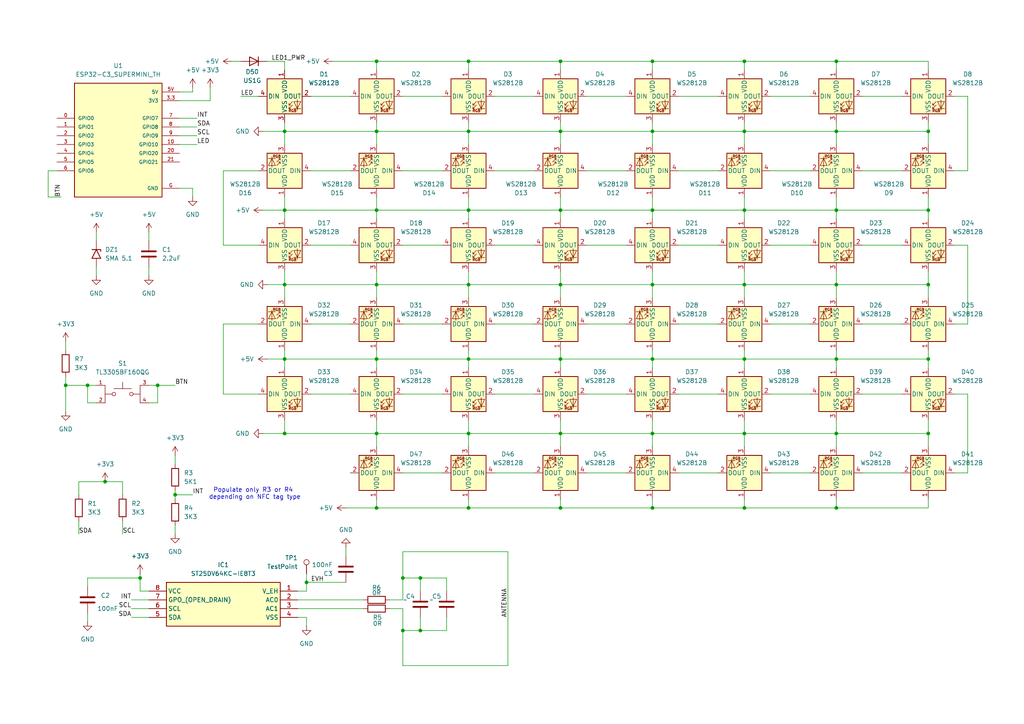
<source format=kicad_sch>
(kicad_sch (version 20250114) (generator "eeschema") (generator_version "9.0")
  (paper "A4")
  (title_block (title "Business Card") (date "2025-11-23") (rev "000") (company "-") (comment 1 "Initial version: ESP32-C3 SuperMini, with NFC, QR code & NTP"))
  (lib_symbols
    (symbol "Connector:TestPoint" (pin_numbers (hide yes)) (pin_names (offset 0.762) (hide yes))
      (property "Reference" "TP" (at 0 6.858 0))
      (property "Value" "TestPoint" (at 0 5.08 0))
      (symbol "TestPoint_1_1"
        (pin passive line (at 0 0 90) (length 2.54) (name "1") (number "1"))
      )
    )
    (symbol "Device:C" (pin_numbers (hide yes)) (pin_names (offset 0.254))
      (property "Reference" "C" (at 0.635 2.54 0))
      (property "Value" "C" (at 0.635 -2.54 0))
      (symbol "C_1_1"
        (pin passive line (at 0 3.81 270) (length 2.794) (name "~") (number "1"))
        (pin passive line (at 0 -3.81 90) (length 2.794) (name "~") (number "2"))
      )
    )
    (symbol "Device:R" (pin_numbers (hide yes)) (pin_names (offset 0))
      (property "Reference" "R" (at 2.032 0 90))
      (property "Value" "R" (at 0 0 90))
      (symbol "R_1_1"
        (pin passive line (at 0 3.81 270) (length 1.27) (name "~") (number "1"))
        (pin passive line (at 0 -3.81 90) (length 1.27) (name "~") (number "2"))
      )
    )
    (symbol "Diode:SMAJ5.0A" (pin_numbers (hide yes)) (pin_names (offset 1.016) (hide yes))
      (property "Reference" "D" (at 0 2.54 0))
      (property "Value" "SMAJ5.0A" (at 0 -2.54 0))
      (symbol "SMAJ5.0A_1_1"
        (pin passive line (at -3.81 0 0) (length 2.54) (name "A1") (number "1"))
        (pin passive line (at 3.81 0 180) (length 2.54) (name "A2") (number "2"))
      )
    )
    (symbol "Diode:US1G" (pin_numbers (hide yes)) (pin_names (hide yes))
      (property "Reference" "D" (at 0 2.54 0))
      (property "Value" "US1G" (at 0 -2.54 0))
      (symbol "US1G_1_1"
        (pin passive line (at -3.81 0 0) (length 2.54) (name "K") (number "1"))
        (pin passive line (at 3.81 0 180) (length 2.54) (name "A") (number "2"))
      )
    )
    (symbol "ESP32-C3_SUPERMINI_TH:ESP32-C3_SUPERMINI_TH" (pin_names (offset 1.016))
      (property "Reference" "U" (at -12.7 16.002 0))
      (property "Value" "ESP32-C3_SUPERMINI_TH" (at -12.7 -20.32 0))
      (symbol "ESP32-C3_SUPERMINI_TH_0_0"
        (pin bidirectional line (at -17.78 5.08 0) (length 5.08) (name "GPIO0") (number "0"))
        (pin bidirectional line (at -17.78 2.54 0) (length 5.08) (name "GPIO1") (number "1"))
        (pin bidirectional line (at -17.78 0 0) (length 5.08) (name "GPIO2") (number "2"))
        (pin bidirectional line (at -17.78 -2.54 0) (length 5.08) (name "GPIO3") (number "3"))
        (pin bidirectional line (at -17.78 -5.08 0) (length 5.08) (name "GPIO4") (number "4"))
        (pin bidirectional line (at -17.78 -7.62 0) (length 5.08) (name "GPIO5") (number "5"))
        (pin bidirectional line (at -17.78 -10.16 0) (length 5.08) (name "GPIO6") (number "6"))
        (pin power_in line (at 17.78 12.7 180) (length 5.08) (name "5V") (number "5V"))
        (pin power_in line (at 17.78 10.16 180) (length 5.08) (name "3V3") (number "3.3"))
        (pin bidirectional line (at 17.78 5.08 180) (length 5.08) (name "GPIO7") (number "7"))
        (pin bidirectional line (at 17.78 2.54 180) (length 5.08) (name "GPIO8") (number "8"))
        (pin bidirectional line (at 17.78 0 180) (length 5.08) (name "GPIO9") (number "9"))
        (pin bidirectional line (at 17.78 -2.54 180) (length 5.08) (name "GPIO10") (number "10"))
        (pin bidirectional line (at 17.78 -5.08 180) (length 5.08) (name "GPIO20") (number "20"))
        (pin bidirectional line (at 17.78 -7.62 180) (length 5.08) (name "GPIO21") (number "21"))
        (pin power_in line (at 17.78 -15.24 180) (length 5.08) (name "GND") (number "G"))
      )
    )
    (symbol "LED:WS2812B" (pin_names (offset 0.254))
      (property "Reference" "D" (at 5.08 5.715 0))
      (property "Value" "WS2812B" (at 1.27 -5.715 0))
      (symbol "WS2812B_0_0"
        (text "RGB" (at 2.286 -4.191 0) (effects (font (size 0.762 0.762))))
      )
      (symbol "WS2812B_1_1"
        (pin input line (at -7.62 0 0) (length 2.54) (name "DIN") (number "4"))
        (pin power_in line (at 0 7.62 270) (length 2.54) (name "VDD") (number "1"))
        (pin power_in line (at 0 -7.62 90) (length 2.54) (name "VSS") (number "3"))
        (pin output line (at 7.62 0 180) (length 2.54) (name "DOUT") (number "2"))
      )
    )
    (symbol "ST25DV64KC-IE8T3:ST25DV64KC-IE8T3"
      (property "Reference" "IC" (at 39.37 7.62 0))
      (property "Value" "ST25DV64KC-IE8T3" (at 39.37 5.08 0))
      (symbol "ST25DV64KC-IE8T3_1_1"
        (pin passive line (at 0 0 0) (length 5.08) (name "V_EH") (number "1"))
        (pin passive line (at 0 -2.54 0) (length 5.08) (name "AC0") (number "2"))
        (pin passive line (at 0 -5.08 0) (length 5.08) (name "AC1") (number "3"))
        (pin passive line (at 0 -7.62 0) (length 5.08) (name "VSS") (number "4"))
        (pin passive line (at 43.18 0 180) (length 5.08) (name "VCC") (number "8"))
        (pin passive line (at 43.18 -2.54 180) (length 5.08) (name "GPO_(OPEN_DRAIN)") (number "7"))
        (pin passive line (at 43.18 -5.08 180) (length 5.08) (name "SCL") (number "6"))
        (pin passive line (at 43.18 -7.62 180) (length 5.08) (name "SDA") (number "5"))
      )
    )
    (symbol "TL3305BF160QG:TL3305BF160QG" (pin_names (offset 1.016))
      (property "Reference" "S" (at -5.08 5.08 0))
      (property "Value" "TL3305BF160QG" (at -5.08 -5.08 0))
      (symbol "TL3305BF160QG_0_0"
        (pin passive line (at -7.62 2.54 0) (length 2.54) (name "~") (number "1"))
        (pin passive line (at -7.62 -2.54 0) (length 2.54) (name "~") (number "2"))
        (pin passive line (at 7.62 2.54 180) (length 2.54) (name "~") (number "3"))
        (pin passive line (at 7.62 -2.54 180) (length 2.54) (name "~") (number "4"))
      )
    )
    (symbol "power:+3V3" (power) (pin_numbers (hide yes)) (pin_names (offset 0) (hide yes))
      (property "Value" "+3V3" (at 0 3.556 0))
      (symbol "+3V3_1_1"
        (pin power_in line (at 0 0 90) (length 0) (name "~") (number "1"))
      )
    )
    (symbol "power:+5V" (power) (pin_numbers (hide yes)) (pin_names (offset 0) (hide yes))
      (property "Value" "+5V" (at 0 3.556 0))
      (symbol "+5V_1_1"
        (pin power_in line (at 0 0 90) (length 0) (name "~") (number "1"))
      )
    )
    (symbol "power:GND" (power) (pin_numbers (hide yes)) (pin_names (offset 0) (hide yes))
      (property "Value" "GND" (at 0 -3.81 0))
      (symbol "GND_1_1"
        (pin power_in line (at 0 0 270) (length 0) (name "~") (number "1"))
      )
    )
  )
  (text "Populate only R3 or R4 \ndepending on NFC tag type" (at 73.914 143.256 0) (effects (font (size 1.27 1.27))))
  (junction (at 215.9 17.78))
  (junction (at 189.23 147.32))
  (junction (at 30.48 139.7))
  (junction (at 135.89 17.78))
  (junction (at 215.9 104.14))
  (junction (at 269.24 38.1))
  (junction (at 189.23 38.1))
  (junction (at 109.22 38.1))
  (junction (at 242.57 104.14))
  (junction (at 269.24 104.14))
  (junction (at 109.22 60.96))
  (junction (at 162.56 125.73))
  (junction (at 121.92 182.88))
  (junction (at 109.22 104.14))
  (junction (at 135.89 60.96))
  (junction (at 82.55 60.96))
  (junction (at 88.9 168.91))
  (junction (at 116.84 182.88))
  (junction (at 189.23 125.73))
  (junction (at 82.55 38.1))
  (junction (at 162.56 147.32))
  (junction (at 109.22 147.32))
  (junction (at 109.22 125.73))
  (junction (at 162.56 104.14))
  (junction (at 135.89 38.1))
  (junction (at 82.55 125.73))
  (junction (at 215.9 82.55))
  (junction (at 269.24 60.96))
  (junction (at 109.22 17.78))
  (junction (at 269.24 125.73))
  (junction (at 215.9 60.96))
  (junction (at 215.9 147.32))
  (junction (at 162.56 38.1))
  (junction (at 189.23 82.55))
  (junction (at 189.23 60.96))
  (junction (at 215.9 125.73))
  (junction (at 25.4 111.76))
  (junction (at 121.92 167.64))
  (junction (at 215.9 38.1))
  (junction (at 242.57 147.32))
  (junction (at 162.56 17.78))
  (junction (at 242.57 17.78))
  (junction (at 45.72 111.76))
  (junction (at 135.89 125.73))
  (junction (at 242.57 60.96))
  (junction (at 19.05 111.76))
  (junction (at 135.89 147.32))
  (junction (at 242.57 38.1))
  (junction (at 109.22 82.55))
  (junction (at 242.57 125.73))
  (junction (at 269.24 82.55))
  (junction (at 40.64 167.64))
  (junction (at 242.57 82.55))
  (junction (at 116.84 167.64))
  (junction (at 135.89 104.14))
  (junction (at 50.8 143.51))
  (junction (at 162.56 60.96))
  (junction (at 135.89 82.55))
  (junction (at 162.56 82.55))
  (junction (at 82.55 82.55))
  (junction (at 189.23 104.14))
  (junction (at 82.55 104.14))
  (junction (at 189.23 17.78))
  (wire (pts (xy 215.9 17.78) (xy 215.9 20.32)))
  (wire (pts (xy 269.24 104.14) (xy 242.57 104.14)))
  (wire (pts (xy 22.86 139.7) (xy 30.48 139.7)))
  (wire (pts (xy 143.51 49.53) (xy 154.94 49.53)))
  (wire (pts (xy 82.55 78.74) (xy 82.55 82.55)))
  (wire (pts (xy 116.84 137.16) (xy 128.27 137.16)))
  (wire (pts (xy 269.24 125.73) (xy 242.57 125.73)))
  (wire (pts (xy 109.22 104.14) (xy 82.55 104.14)))
  (wire (pts (xy 27.94 67.31) (xy 27.94 69.85)))
  (wire (pts (xy 135.89 144.78) (xy 135.89 147.32)))
  (wire (pts (xy 135.89 82.55) (xy 135.89 86.36)))
  (wire (pts (xy 189.23 17.78) (xy 189.23 20.32)))
  (wire (pts (xy 135.89 125.73) (xy 135.89 129.54)))
  (wire (pts (xy 116.84 193.04) (xy 116.84 182.88)))
  (wire (pts (xy 189.23 82.55) (xy 162.56 82.55)))
  (wire (pts (xy 189.23 125.73) (xy 189.23 129.54)))
  (wire (pts (xy 100.33 161.29) (xy 100.33 158.75)))
  (wire (pts (xy 135.89 104.14) (xy 135.89 106.68)))
  (wire (pts (xy 43.18 111.76) (xy 45.72 111.76)))
  (wire (pts (xy 215.9 121.92) (xy 215.9 125.73)))
  (wire (pts (xy 60.96 25.4) (xy 60.96 29.21)))
  (wire (pts (xy 135.89 60.96) (xy 109.22 60.96)))
  (wire (pts (xy 35.56 143.51) (xy 35.56 139.7)))
  (wire (pts (xy 269.24 125.73) (xy 269.24 129.54)))
  (wire (pts (xy 143.51 114.3) (xy 154.94 114.3)))
  (wire (pts (xy 25.4 111.76) (xy 27.94 111.76)))
  (wire (pts (xy 196.85 137.16) (xy 208.28 137.16)))
  (wire (pts (xy 242.57 38.1) (xy 242.57 41.91)))
  (wire (pts (xy 109.22 125.73) (xy 109.22 129.54)))
  (wire (pts (xy 90.17 71.12) (xy 101.6 71.12)))
  (wire (pts (xy 76.2 125.73) (xy 82.55 125.73)))
  (wire (pts (xy 280.67 27.94) (xy 280.67 49.53)))
  (wire (pts (xy 19.05 111.76) (xy 25.4 111.76)))
  (wire (pts (xy 242.57 104.14) (xy 215.9 104.14)))
  (wire (pts (xy 215.9 35.56) (xy 215.9 38.1)))
  (wire (pts (xy 170.18 93.98) (xy 181.61 93.98)))
  (wire (pts (xy 135.89 147.32) (xy 109.22 147.32)))
  (wire (pts (xy 109.22 104.14) (xy 109.22 106.68)))
  (wire (pts (xy 35.56 139.7) (xy 30.48 139.7)))
  (wire (pts (xy 40.64 167.64) (xy 40.64 171.45)))
  (wire (pts (xy 215.9 147.32) (xy 189.23 147.32)))
  (wire (pts (xy 50.8 143.51) (xy 55.88 143.51)))
  (wire (pts (xy 25.4 170.18) (xy 25.4 167.64)))
  (wire (pts (xy 189.23 104.14) (xy 189.23 106.68)))
  (wire (pts (xy 242.57 17.78) (xy 215.9 17.78)))
  (wire (pts (xy 162.56 38.1) (xy 162.56 41.91)))
  (wire (pts (xy 269.24 144.78) (xy 269.24 147.32)))
  (wire (pts (xy 43.18 173.99) (xy 38.1 173.99)))
  (wire (pts (xy 113.03 173.99) (xy 116.84 173.99)))
  (wire (pts (xy 116.84 167.64) (xy 116.84 160.02)))
  (wire (pts (xy 109.22 101.6) (xy 109.22 104.14)))
  (wire (pts (xy 27.94 116.84) (xy 25.4 116.84)))
  (wire (pts (xy 269.24 63.5) (xy 269.24 60.96)))
  (wire (pts (xy 116.84 49.53) (xy 128.27 49.53)))
  (wire (pts (xy 215.9 82.55) (xy 189.23 82.55)))
  (wire (pts (xy 276.86 71.12) (xy 280.67 71.12)))
  (wire (pts (xy 215.9 17.78) (xy 189.23 17.78)))
  (wire (pts (xy 74.93 49.53) (xy 64.77 49.53)))
  (wire (pts (xy 109.22 38.1) (xy 109.22 41.91)))
  (wire (pts (xy 135.89 17.78) (xy 109.22 17.78)))
  (wire (pts (xy 109.22 121.92) (xy 109.22 125.73)))
  (wire (pts (xy 43.18 179.07) (xy 38.1 179.07)))
  (wire (pts (xy 116.84 160.02) (xy 147.32 160.02)))
  (wire (pts (xy 52.07 39.37) (xy 57.15 39.37)))
  (wire (pts (xy 82.55 38.1) (xy 82.55 35.56)))
  (wire (pts (xy 67.31 17.78) (xy 69.85 17.78)))
  (wire (pts (xy 19.05 109.22) (xy 19.05 111.76)))
  (wire (pts (xy 223.52 114.3) (xy 234.95 114.3)))
  (wire (pts (xy 223.52 49.53) (xy 234.95 49.53)))
  (wire (pts (xy 27.94 77.47) (xy 27.94 80.01)))
  (wire (pts (xy 109.22 144.78) (xy 109.22 147.32)))
  (wire (pts (xy 135.89 82.55) (xy 109.22 82.55)))
  (wire (pts (xy 162.56 125.73) (xy 162.56 129.54)))
  (wire (pts (xy 215.9 101.6) (xy 215.9 104.14)))
  (wire (pts (xy 215.9 125.73) (xy 215.9 129.54)))
  (wire (pts (xy 250.19 93.98) (xy 261.62 93.98)))
  (wire (pts (xy 215.9 125.73) (xy 189.23 125.73)))
  (wire (pts (xy 116.84 27.94) (xy 128.27 27.94)))
  (wire (pts (xy 88.9 179.07) (xy 86.36 179.07)))
  (wire (pts (xy 88.9 181.61) (xy 88.9 179.07)))
  (wire (pts (xy 77.47 104.14) (xy 82.55 104.14)))
  (wire (pts (xy 269.24 78.74) (xy 269.24 82.55)))
  (wire (pts (xy 170.18 71.12) (xy 181.61 71.12)))
  (wire (pts (xy 223.52 137.16) (xy 234.95 137.16)))
  (wire (pts (xy 82.55 57.15) (xy 82.55 60.96)))
  (wire (pts (xy 250.19 114.3) (xy 261.62 114.3)))
  (wire (pts (xy 269.24 60.96) (xy 242.57 60.96)))
  (wire (pts (xy 90.17 27.94) (xy 101.6 27.94)))
  (wire (pts (xy 170.18 27.94) (xy 181.61 27.94)))
  (wire (pts (xy 162.56 35.56) (xy 162.56 38.1)))
  (wire (pts (xy 116.84 182.88) (xy 116.84 176.53)))
  (wire (pts (xy 43.18 67.31) (xy 43.18 69.85)))
  (wire (pts (xy 242.57 78.74) (xy 242.57 82.55)))
  (wire (pts (xy 135.89 17.78) (xy 135.89 20.32)))
  (wire (pts (xy 52.07 36.83) (xy 57.15 36.83)))
  (wire (pts (xy 162.56 17.78) (xy 135.89 17.78)))
  (wire (pts (xy 170.18 49.53) (xy 181.61 49.53)))
  (wire (pts (xy 82.55 121.92) (xy 82.55 125.73)))
  (wire (pts (xy 55.88 54.61) (xy 55.88 57.15)))
  (wire (pts (xy 242.57 17.78) (xy 242.57 20.32)))
  (wire (pts (xy 96.52 17.78) (xy 109.22 17.78)))
  (wire (pts (xy 162.56 104.14) (xy 162.56 106.68)))
  (wire (pts (xy 64.77 49.53) (xy 64.77 71.12)))
  (wire (pts (xy 82.55 60.96) (xy 82.55 63.5)))
  (wire (pts (xy 162.56 38.1) (xy 189.23 38.1)))
  (wire (pts (xy 52.07 34.29) (xy 57.15 34.29)))
  (wire (pts (xy 250.19 49.53) (xy 261.62 49.53)))
  (wire (pts (xy 129.54 179.07) (xy 129.54 182.88)))
  (wire (pts (xy 196.85 49.53) (xy 208.28 49.53)))
  (wire (pts (xy 242.57 104.14) (xy 242.57 106.68)))
  (wire (pts (xy 135.89 38.1) (xy 162.56 38.1)))
  (wire (pts (xy 19.05 111.76) (xy 19.05 119.38)))
  (wire (pts (xy 162.56 82.55) (xy 162.56 86.36)))
  (wire (pts (xy 82.55 125.73) (xy 109.22 125.73)))
  (wire (pts (xy 40.64 166.37) (xy 40.64 167.64)))
  (wire (pts (xy 269.24 38.1) (xy 269.24 41.91)))
  (wire (pts (xy 25.4 177.8) (xy 25.4 180.34)))
  (wire (pts (xy 64.77 93.98) (xy 64.77 114.3)))
  (wire (pts (xy 215.9 144.78) (xy 215.9 147.32)))
  (wire (pts (xy 45.72 111.76) (xy 45.72 116.84)))
  (wire (pts (xy 50.8 143.51) (xy 50.8 144.78)))
  (wire (pts (xy 147.32 160.02) (xy 147.32 193.04)))
  (wire (pts (xy 82.55 38.1) (xy 109.22 38.1)))
  (wire (pts (xy 105.41 176.53) (xy 86.36 176.53)))
  (wire (pts (xy 135.89 57.15) (xy 135.89 60.96)))
  (wire (pts (xy 116.84 114.3) (xy 128.27 114.3)))
  (wire (pts (xy 242.57 82.55) (xy 242.57 86.36)))
  (wire (pts (xy 60.96 29.21) (xy 52.07 29.21)))
  (wire (pts (xy 43.18 77.47) (xy 43.18 80.01)))
  (wire (pts (xy 162.56 60.96) (xy 135.89 60.96)))
  (wire (pts (xy 242.57 125.73) (xy 242.57 129.54)))
  (wire (pts (xy 170.18 137.16) (xy 181.61 137.16)))
  (wire (pts (xy 90.17 114.3) (xy 101.6 114.3)))
  (wire (pts (xy 129.54 171.45) (xy 129.54 167.64)))
  (wire (pts (xy 109.22 35.56) (xy 109.22 38.1)))
  (wire (pts (xy 121.92 167.64) (xy 116.84 167.64)))
  (wire (pts (xy 116.84 71.12) (xy 128.27 71.12)))
  (wire (pts (xy 189.23 78.74) (xy 189.23 82.55)))
  (wire (pts (xy 45.72 111.76) (xy 50.8 111.76)))
  (wire (pts (xy 162.56 78.74) (xy 162.56 82.55)))
  (wire (pts (xy 242.57 101.6) (xy 242.57 104.14)))
  (wire (pts (xy 121.92 182.88) (xy 129.54 182.88)))
  (wire (pts (xy 82.55 82.55) (xy 82.55 86.36)))
  (wire (pts (xy 52.07 41.91) (xy 57.15 41.91)))
  (wire (pts (xy 215.9 82.55) (xy 215.9 86.36)))
  (wire (pts (xy 215.9 57.15) (xy 215.9 60.96)))
  (wire (pts (xy 196.85 27.94) (xy 208.28 27.94)))
  (wire (pts (xy 162.56 101.6) (xy 162.56 104.14)))
  (wire (pts (xy 280.67 49.53) (xy 276.86 49.53)))
  (wire (pts (xy 280.67 71.12) (xy 280.67 93.98)))
  (wire (pts (xy 109.22 38.1) (xy 135.89 38.1)))
  (wire (pts (xy 64.77 114.3) (xy 74.93 114.3)))
  (wire (pts (xy 82.55 17.78) (xy 82.55 20.32)))
  (wire (pts (xy 90.17 93.98) (xy 101.6 93.98)))
  (wire (pts (xy 189.23 38.1) (xy 189.23 41.91)))
  (wire (pts (xy 189.23 57.15) (xy 189.23 60.96)))
  (wire (pts (xy 242.57 82.55) (xy 215.9 82.55)))
  (wire (pts (xy 88.9 171.45) (xy 88.9 168.91)))
  (wire (pts (xy 215.9 38.1) (xy 242.57 38.1)))
  (wire (pts (xy 88.9 168.91) (xy 88.9 166.37)))
  (wire (pts (xy 269.24 17.78) (xy 242.57 17.78)))
  (wire (pts (xy 50.8 142.24) (xy 50.8 143.51)))
  (wire (pts (xy 77.47 17.78) (xy 82.55 17.78)))
  (wire (pts (xy 189.23 121.92) (xy 189.23 125.73)))
  (wire (pts (xy 143.51 93.98) (xy 154.94 93.98)))
  (wire (pts (xy 17.78 57.15) (xy 13.97 57.15)))
  (wire (pts (xy 223.52 27.94) (xy 234.95 27.94)))
  (wire (pts (xy 215.9 104.14) (xy 189.23 104.14)))
  (wire (pts (xy 45.72 116.84) (xy 43.18 116.84)))
  (wire (pts (xy 77.47 82.55) (xy 82.55 82.55)))
  (wire (pts (xy 13.97 49.53) (xy 16.51 49.53)))
  (wire (pts (xy 13.97 49.53) (xy 13.97 57.15)))
  (wire (pts (xy 269.24 86.36) (xy 269.24 82.55)))
  (wire (pts (xy 269.24 121.92) (xy 269.24 125.73)))
  (wire (pts (xy 189.23 60.96) (xy 189.23 63.5)))
  (wire (pts (xy 223.52 71.12) (xy 234.95 71.12)))
  (wire (pts (xy 280.67 114.3) (xy 280.67 137.16)))
  (wire (pts (xy 90.17 49.53) (xy 101.6 49.53)))
  (wire (pts (xy 64.77 71.12) (xy 74.93 71.12)))
  (wire (pts (xy 162.56 17.78) (xy 162.56 20.32)))
  (wire (pts (xy 35.56 151.13) (xy 35.56 154.94)))
  (wire (pts (xy 162.56 147.32) (xy 135.89 147.32)))
  (wire (pts (xy 242.57 38.1) (xy 269.24 38.1)))
  (wire (pts (xy 162.56 104.14) (xy 135.89 104.14)))
  (wire (pts (xy 215.9 78.74) (xy 215.9 82.55)))
  (wire (pts (xy 242.57 147.32) (xy 215.9 147.32)))
  (wire (pts (xy 162.56 82.55) (xy 135.89 82.55)))
  (wire (pts (xy 215.9 38.1) (xy 215.9 41.91)))
  (wire (pts (xy 162.56 121.92) (xy 162.56 125.73)))
  (wire (pts (xy 189.23 17.78) (xy 162.56 17.78)))
  (wire (pts (xy 129.54 167.64) (xy 121.92 167.64)))
  (wire (pts (xy 55.88 26.67) (xy 55.88 25.4)))
  (wire (pts (xy 276.86 114.3) (xy 280.67 114.3)))
  (wire (pts (xy 162.56 57.15) (xy 162.56 60.96)))
  (wire (pts (xy 135.89 104.14) (xy 109.22 104.14)))
  (wire (pts (xy 19.05 99.06) (xy 19.05 101.6)))
  (wire (pts (xy 196.85 71.12) (xy 208.28 71.12)))
  (wire (pts (xy 50.8 152.4) (xy 50.8 154.94)))
  (wire (pts (xy 189.23 147.32) (xy 162.56 147.32)))
  (wire (pts (xy 269.24 106.68) (xy 269.24 104.14)))
  (wire (pts (xy 40.64 171.45) (xy 43.18 171.45)))
  (wire (pts (xy 269.24 147.32) (xy 242.57 147.32)))
  (wire (pts (xy 52.07 26.67) (xy 55.88 26.67)))
  (wire (pts (xy 121.92 171.45) (xy 121.92 167.64)))
  (wire (pts (xy 116.84 176.53) (xy 113.03 176.53)))
  (wire (pts (xy 189.23 144.78) (xy 189.23 147.32)))
  (wire (pts (xy 242.57 144.78) (xy 242.57 147.32)))
  (wire (pts (xy 116.84 173.99) (xy 116.84 167.64)))
  (wire (pts (xy 162.56 144.78) (xy 162.56 147.32)))
  (wire (pts (xy 250.19 27.94) (xy 261.62 27.94)))
  (wire (pts (xy 135.89 38.1) (xy 135.89 41.91)))
  (wire (pts (xy 135.89 35.56) (xy 135.89 38.1)))
  (wire (pts (xy 269.24 101.6) (xy 269.24 104.14)))
  (wire (pts (xy 109.22 78.74) (xy 109.22 82.55)))
  (wire (pts (xy 86.36 171.45) (xy 88.9 171.45)))
  (wire (pts (xy 82.55 101.6) (xy 82.55 104.14)))
  (wire (pts (xy 121.92 182.88) (xy 116.84 182.88)))
  (wire (pts (xy 269.24 35.56) (xy 269.24 38.1)))
  (wire (pts (xy 86.36 173.99) (xy 105.41 173.99)))
  (wire (pts (xy 170.18 114.3) (xy 181.61 114.3)))
  (wire (pts (xy 69.85 27.94) (xy 74.93 27.94)))
  (wire (pts (xy 162.56 60.96) (xy 162.56 63.5)))
  (wire (pts (xy 100.33 147.32) (xy 109.22 147.32)))
  (wire (pts (xy 215.9 60.96) (xy 215.9 63.5)))
  (wire (pts (xy 109.22 57.15) (xy 109.22 60.96)))
  (wire (pts (xy 43.18 176.53) (xy 38.1 176.53)))
  (wire (pts (xy 82.55 38.1) (xy 82.55 41.91)))
  (wire (pts (xy 88.9 168.91) (xy 100.33 168.91)))
  (wire (pts (xy 109.22 60.96) (xy 82.55 60.96)))
  (wire (pts (xy 135.89 101.6) (xy 135.89 104.14)))
  (wire (pts (xy 109.22 82.55) (xy 109.22 86.36)))
  (wire (pts (xy 269.24 82.55) (xy 242.57 82.55)))
  (wire (pts (xy 242.57 60.96) (xy 242.57 63.5)))
  (wire (pts (xy 189.23 104.14) (xy 162.56 104.14)))
  (wire (pts (xy 189.23 38.1) (xy 215.9 38.1)))
  (wire (pts (xy 276.86 93.98) (xy 280.67 93.98)))
  (wire (pts (xy 269.24 20.32) (xy 269.24 17.78)))
  (wire (pts (xy 250.19 137.16) (xy 261.62 137.16)))
  (wire (pts (xy 74.93 93.98) (xy 64.77 93.98)))
  (wire (pts (xy 147.32 193.04) (xy 116.84 193.04)))
  (wire (pts (xy 52.07 54.61) (xy 55.88 54.61)))
  (wire (pts (xy 135.89 78.74) (xy 135.89 82.55)))
  (wire (pts (xy 196.85 93.98) (xy 208.28 93.98)))
  (wire (pts (xy 135.89 121.92) (xy 135.89 125.73)))
  (wire (pts (xy 143.51 137.16) (xy 154.94 137.16)))
  (wire (pts (xy 223.52 93.98) (xy 234.95 93.98)))
  (wire (pts (xy 82.55 104.14) (xy 82.55 106.68)))
  (wire (pts (xy 76.2 60.96) (xy 82.55 60.96)))
  (wire (pts (xy 196.85 114.3) (xy 208.28 114.3)))
  (wire (pts (xy 189.23 125.73) (xy 162.56 125.73)))
  (wire (pts (xy 276.86 27.94) (xy 280.67 27.94)))
  (wire (pts (xy 250.19 71.12) (xy 261.62 71.12)))
  (wire (pts (xy 25.4 167.64) (xy 40.64 167.64)))
  (wire (pts (xy 50.8 132.08) (xy 50.8 134.62)))
  (wire (pts (xy 76.2 38.1) (xy 82.55 38.1)))
  (wire (pts (xy 109.22 60.96) (xy 109.22 63.5)))
  (wire (pts (xy 189.23 35.56) (xy 189.23 38.1)))
  (wire (pts (xy 189.23 60.96) (xy 162.56 60.96)))
  (wire (pts (xy 135.89 125.73) (xy 109.22 125.73)))
  (wire (pts (xy 242.57 57.15) (xy 242.57 60.96)))
  (wire (pts (xy 215.9 60.96) (xy 189.23 60.96)))
  (wire (pts (xy 215.9 104.14) (xy 215.9 106.68)))
  (wire (pts (xy 116.84 93.98) (xy 128.27 93.98)))
  (wire (pts (xy 242.57 121.92) (xy 242.57 125.73)))
  (wire (pts (xy 242.57 125.73) (xy 215.9 125.73)))
  (wire (pts (xy 242.57 60.96) (xy 215.9 60.96)))
  (wire (pts (xy 189.23 101.6) (xy 189.23 104.14)))
  (wire (pts (xy 269.24 57.15) (xy 269.24 60.96)))
  (wire (pts (xy 162.56 125.73) (xy 135.89 125.73)))
  (wire (pts (xy 143.51 27.94) (xy 154.94 27.94)))
  (wire (pts (xy 135.89 60.96) (xy 135.89 63.5)))
  (wire (pts (xy 121.92 179.07) (xy 121.92 182.88)))
  (wire (pts (xy 280.67 137.16) (xy 276.86 137.16)))
  (wire (pts (xy 22.86 143.51) (xy 22.86 139.7)))
  (wire (pts (xy 22.86 151.13) (xy 22.86 154.94)))
  (wire (pts (xy 109.22 82.55) (xy 82.55 82.55)))
  (wire (pts (xy 109.22 17.78) (xy 109.22 20.32)))
  (wire (pts (xy 143.51 71.12) (xy 154.94 71.12)))
  (wire (pts (xy 25.4 116.84) (xy 25.4 111.76)))
  (wire (pts (xy 242.57 35.56) (xy 242.57 38.1)))
  (wire (pts (xy 189.23 82.55) (xy 189.23 86.36)))
  (label "BTN" (at 17.78 57.15 90))
  (label "INT" (at 57.15 34.29 0))
  (label "ANTENNA" (at 147.32 179.07 90))
  (label "LED" (at 57.15 41.91 0))
  (label "LED1_PWR" (at 78.74 17.78 0))
  (label "SDA" (at 57.15 36.83 0))
  (label "SCL" (at 57.15 39.37 0))
  (label "INT" (at 55.88 143.51 0))
  (label "SDA" (at 38.1 179.07 180))
  (label "EVH" (at 90.17 168.91 0))
  (label "LED" (at 69.85 27.94 0))
  (label "INT" (at 38.1 173.99 180))
  (label "SDA" (at 22.86 154.94 0))
  (label "SCL" (at 35.56 154.94 0))
  (label "SCL" (at 38.1 176.53 180))
  (label "BTN" (at 50.8 111.76 0))
  (symbol (lib_id "power:+5V") (at 77.47 104.14 90) (unit 1)
    (property "Reference" "#PWR015" (effects (hide yes)))
    (property "Value" "+5V" (at 73.66 104.1399 90) (effects (justify left)))
    (property "Description" "Power symbol creates a global label with name \"+5V\"" (effects (hide yes)))
  )
  (symbol (lib_id "LED:WS2812B") (at 109.22 49.53 180) (unit 1)
    (property "Reference" "D15" (at 97.79 55.9502 0))
    (property "Value" "WS2812B" (at 97.79 53.4102 0))
    (property "Footprint" "LED_SMD:LED_WS2812B-Mini_PLCC4_3.5x3.5mm" (effects (hide yes)))
    (property "Datasheet" "https://cdn-shop.adafruit.com/datasheets/WS2812B.pdf" (effects (hide yes)))
    (property "Description" "RGB LED with integrated controller" (effects (hide yes)))
  )
  (symbol (lib_id "power:+5V") (at 67.31 17.78 90) (unit 1)
    (property "Reference" "#PWR09" (effects (hide yes)))
    (property "Value" "+5V" (at 63.5 17.7799 90) (effects (justify left)))
    (property "Description" "Power symbol creates a global label with name \"+5V\"" (effects (hide yes)))
  )
  (symbol (lib_id "power:+5V") (at 27.94 67.31 0) (unit 1)
    (property "Reference" "#PWR03" (effects (hide yes)))
    (property "Value" "+5V" (at 27.94 62.23 0))
    (property "Description" "Power symbol creates a global label with name \"+5V\"" (effects (hide yes)))
  )
  (symbol (lib_id "LED:WS2812B") (at 242.57 27.94 0) (unit 1)
    (property "Reference" "D7" (at 254 21.5198 0))
    (property "Value" "WS2812B" (at 254 24.0598 0))
    (property "Footprint" "LED_SMD:LED_WS2812B-Mini_PLCC4_3.5x3.5mm" (effects (hide yes)))
    (property "Datasheet" "https://cdn-shop.adafruit.com/datasheets/WS2812B.pdf" (effects (hide yes)))
    (property "Description" "RGB LED with integrated controller" (effects (hide yes)))
  )
  (symbol (lib_id "LED:WS2812B") (at 242.57 93.98 180) (unit 1)
    (property "Reference" "D26" (at 254 88.5346 0))
    (property "Value" "WS2812B" (at 254 91.0746 0))
    (property "Footprint" "LED_SMD:LED_WS2812B-Mini_PLCC4_3.5x3.5mm" (effects (hide yes)))
    (property "Datasheet" "https://cdn-shop.adafruit.com/datasheets/WS2812B.pdf" (effects (hide yes)))
    (property "Description" "RGB LED with integrated controller" (effects (hide yes)))
  )
  (symbol (lib_id "Device:R") (at 109.22 173.99 90) (unit 1)
    (property "Reference" "R6" (at 109.22 170.434 90))
    (property "Value" "0R" (at 109.22 171.958 90))
    (property "Footprint" "Resistor_SMD:R_0402_1005Metric_Pad0.72x0.64mm_HandSolder" (effects (hide yes)))
    (property "Description" "Resistor" (effects (hide yes)))
  )
  (symbol (lib_id "LED:WS2812B") (at 82.55 114.3 0) (unit 1)
    (property "Reference" "D33" (at 93.98 107.8798 0))
    (property "Value" "WS2812B" (at 93.98 110.4198 0))
    (property "Footprint" "LED_SMD:LED_WS2812B-Mini_PLCC4_3.5x3.5mm" (effects (hide yes)))
    (property "Datasheet" "https://cdn-shop.adafruit.com/datasheets/WS2812B.pdf" (effects (hide yes)))
    (property "Description" "RGB LED with integrated controller" (effects (hide yes)))
  )
  (symbol (lib_id "LED:WS2812B") (at 189.23 49.53 180) (unit 1)
    (property "Reference" "D12" (at 177.8 55.9502 0))
    (property "Value" "WS2812B" (at 177.8 53.4102 0))
    (property "Footprint" "LED_SMD:LED_WS2812B-Mini_PLCC4_3.5x3.5mm" (effects (hide yes)))
    (property "Datasheet" "https://cdn-shop.adafruit.com/datasheets/WS2812B.pdf" (effects (hide yes)))
    (property "Description" "RGB LED with integrated controller" (effects (hide yes)))
  )
  (symbol (lib_id "LED:WS2812B") (at 109.22 137.16 180) (unit 1)
    (property "Reference" "D47" (at 120.65 131.7146 0))
    (property "Value" "WS2812B" (at 120.65 134.2546 0))
    (property "Footprint" "LED_SMD:LED_WS2812B-Mini_PLCC4_3.5x3.5mm" (effects (hide yes)))
    (property "Datasheet" "https://cdn-shop.adafruit.com/datasheets/WS2812B.pdf" (effects (hide yes)))
    (property "Description" "RGB LED with integrated controller" (effects (hide yes)))
  )
  (symbol (lib_id "Device:R") (at 22.86 147.32 0) (unit 1)
    (property "Reference" "R1" (at 25.4 146.0499 0) (effects (justify left)))
    (property "Value" "3K3" (at 25.4 148.5899 0) (effects (justify left)))
    (property "Footprint" "Resistor_SMD:R_0805_2012Metric_Pad1.20x1.40mm_HandSolder" (effects (hide yes)))
    (property "Description" "Resistor" (effects (hide yes)))
  )
  (symbol (lib_id "LED:WS2812B") (at 269.24 137.16 180) (unit 1)
    (property "Reference" "D41" (at 280.67 131.7146 0))
    (property "Value" "WS2812B" (at 280.67 134.2546 0))
    (property "Footprint" "LED_SMD:LED_WS2812B-Mini_PLCC4_3.5x3.5mm" (effects (hide yes)))
    (property "Datasheet" "https://cdn-shop.adafruit.com/datasheets/WS2812B.pdf" (effects (hide yes)))
    (property "Description" "RGB LED with integrated controller" (effects (hide yes)))
  )
  (symbol (lib_id "power:+3V3") (at 50.8 132.08 0) (unit 1)
    (property "Reference" "#PWR020" (effects (hide yes)))
    (property "Value" "+3V3" (at 50.8 127 0))
    (property "Description" "Power symbol creates a global label with name \"+3V3\"" (effects (hide yes)))
  )
  (symbol (lib_id "power:GND") (at 88.9 181.61 0) (mirror y) (unit 1)
    (property "Reference" "#PWR07" (effects (hide yes)))
    (property "Value" "GND" (at 88.9 186.69 0))
    (property "Description" "Power symbol creates a global label with name \"GND\" , ground" (effects (hide yes)))
  )
  (symbol (lib_id "LED:WS2812B") (at 135.89 49.53 180) (unit 1)
    (property "Reference" "D14" (at 124.46 55.9502 0))
    (property "Value" "WS2812B" (at 124.46 53.4102 0))
    (property "Footprint" "LED_SMD:LED_WS2812B-Mini_PLCC4_3.5x3.5mm" (effects (hide yes)))
    (property "Datasheet" "https://cdn-shop.adafruit.com/datasheets/WS2812B.pdf" (effects (hide yes)))
    (property "Description" "RGB LED with integrated controller" (effects (hide yes)))
  )
  (symbol (lib_id "Device:C") (at 100.33 165.1 180) (unit 1)
    (property "Reference" "C3" (at 96.52 166.3701 0) (effects (justify left)))
    (property "Value" "100nF" (at 96.52 163.8301 0) (effects (justify left)))
    (property "Footprint" "Capacitor_SMD:C_0805_2012Metric_Pad1.18x1.45mm_HandSolder" (effects (hide yes)))
    (property "Description" "Unpolarized capacitor" (effects (hide yes)))
  )
  (symbol (lib_id "Connector:TestPoint") (at 88.9 166.37 0) (mirror y) (unit 1)
    (property "Reference" "TP1" (at 86.36 161.7979 0) (effects (justify left)))
    (property "Value" "TestPoint" (at 86.36 164.3379 0) (effects (justify left)))
    (property "Footprint" "TestPoint:TestPoint_Pad_D1.0mm" (effects (hide yes)))
    (property "Description" "test point" (effects (hide yes)))
  )
  (symbol (lib_id "power:+3V3") (at 60.96 25.4 0) (unit 1)
    (property "Reference" "#PWR08" (effects (hide yes)))
    (property "Value" "+3V3" (at 60.96 20.32 0))
    (property "Description" "Power symbol creates a global label with name \"+3V3\"" (effects (hide yes)))
  )
  (symbol (lib_id "Device:C") (at 43.18 73.66 0) (unit 1)
    (property "Reference" "C1" (at 46.99 72.3899 0) (effects (justify left)))
    (property "Value" "2.2uF" (at 46.99 74.9299 0) (effects (justify left)))
    (property "Footprint" "Capacitor_SMD:C_0805_2012Metric_Pad1.18x1.45mm_HandSolder" (effects (hide yes)))
    (property "Description" "Unpolarized capacitor" (effects (hide yes)))
  )
  (symbol (lib_id "LED:WS2812B") (at 189.23 93.98 180) (unit 1)
    (property "Reference" "D28" (at 200.66 88.5346 0))
    (property "Value" "WS2812B" (at 200.66 91.0746 0))
    (property "Footprint" "LED_SMD:LED_WS2812B-Mini_PLCC4_3.5x3.5mm" (effects (hide yes)))
    (property "Datasheet" "https://cdn-shop.adafruit.com/datasheets/WS2812B.pdf" (effects (hide yes)))
    (property "Description" "RGB LED with integrated controller" (effects (hide yes)))
  )
  (symbol (lib_id "power:+3V3") (at 40.64 166.37 0) (unit 1)
    (property "Reference" "#PWR022" (effects (hide yes)))
    (property "Value" "+3V3" (at 40.64 161.29 0))
    (property "Description" "Power symbol creates a global label with name \"+3V3\"" (effects (hide yes)))
  )
  (symbol (lib_id "LED:WS2812B") (at 109.22 93.98 180) (unit 1)
    (property "Reference" "D31" (at 120.65 88.5346 0))
    (property "Value" "WS2812B" (at 120.65 91.0746 0))
    (property "Footprint" "LED_SMD:LED_WS2812B-Mini_PLCC4_3.5x3.5mm" (effects (hide yes)))
    (property "Datasheet" "https://cdn-shop.adafruit.com/datasheets/WS2812B.pdf" (effects (hide yes)))
    (property "Description" "RGB LED with integrated controller" (effects (hide yes)))
  )
  (symbol (lib_id "Device:C") (at 25.4 173.99 0) (unit 1)
    (property "Reference" "C2" (at 29.21 172.7199 0) (effects (justify left)))
    (property "Value" "100nF" (at 28.194 176.53 0) (effects (justify left)))
    (property "Footprint" "Capacitor_SMD:C_0805_2012Metric_Pad1.18x1.45mm_HandSolder" (effects (hide yes)))
    (property "Description" "Unpolarized capacitor" (effects (hide yes)))
  )
  (symbol (lib_id "power:GND") (at 55.88 57.15 0) (unit 1)
    (property "Reference" "#PWR01" (effects (hide yes)))
    (property "Value" "GND" (at 55.88 62.23 0))
    (property "Description" "Power symbol creates a global label with name \"GND\" , ground" (effects (hide yes)))
  )
  (symbol (lib_id "LED:WS2812B") (at 269.24 71.12 0) (unit 1)
    (property "Reference" "D24" (at 280.67 64.6998 0))
    (property "Value" "WS2812B" (at 280.67 67.2398 0))
    (property "Footprint" "LED_SMD:LED_WS2812B-Mini_PLCC4_3.5x3.5mm" (effects (hide yes)))
    (property "Datasheet" "https://cdn-shop.adafruit.com/datasheets/WS2812B.pdf" (effects (hide yes)))
    (property "Description" "RGB LED with integrated controller" (effects (hide yes)))
  )
  (symbol (lib_id "power:GND") (at 43.18 80.01 0) (unit 1)
    (property "Reference" "#PWR06" (effects (hide yes)))
    (property "Value" "GND" (at 43.18 85.09 0))
    (property "Description" "Power symbol creates a global label with name \"GND\" , ground" (effects (hide yes)))
  )
  (symbol (lib_id "Diode:SMAJ5.0A") (at 27.94 73.66 270) (unit 1)
    (property "Reference" "DZ1" (at 30.48 72.3899 90) (effects (justify left)))
    (property "Value" "SMA 5.1" (at 30.48 74.9299 90) (effects (justify left)))
    (property "Footprint" "Diode_SMD:D_SMA_Handsoldering" (effects (hide yes)))
    (property "Datasheet" "https://www.littelfuse.com/media?resourcetype=datasheets&itemid=75e32973-b177-4ee3-a0ff-cedaf1abdb93&filename=smaj-datasheet" (effects (hide yes)))
    (property "Description" "400W unidirectional Transient Voltage Suppressor, 5.0Vr, SMA(DO-214AC)" (effects (hide yes)))
  )
  (symbol (lib_id "power:+5V") (at 100.33 147.32 90) (unit 1)
    (property "Reference" "#PWR018" (effects (hide yes)))
    (property "Value" "+5V" (at 96.52 147.3199 90) (effects (justify left)))
    (property "Description" "Power symbol creates a global label with name \"+5V\"" (effects (hide yes)))
  )
  (symbol (lib_id "LED:WS2812B") (at 82.55 93.98 180) (unit 1)
    (property "Reference" "D32" (at 93.98 88.5346 0))
    (property "Value" "WS2812B" (at 93.98 91.0746 0))
    (property "Footprint" "LED_SMD:LED_WS2812B-Mini_PLCC4_3.5x3.5mm" (effects (hide yes)))
    (property "Datasheet" "https://cdn-shop.adafruit.com/datasheets/WS2812B.pdf" (effects (hide yes)))
    (property "Description" "RGB LED with integrated controller" (effects (hide yes)))
  )
  (symbol (lib_id "power:GND") (at 25.4 180.34 0) (unit 1)
    (property "Reference" "#PWR010" (effects (hide yes)))
    (property "Value" "GND" (at 25.4 185.42 0))
    (property "Description" "Power symbol creates a global label with name \"GND\" , ground" (effects (hide yes)))
  )
  (symbol (lib_id "power:GND") (at 50.8 154.94 0) (unit 1)
    (property "Reference" "#PWR021" (effects (hide yes)))
    (property "Value" "GND" (at 50.8 160.02 0))
    (property "Description" "Power symbol creates a global label with name \"GND\" , ground" (effects (hide yes)))
  )
  (symbol (lib_id "power:+3V3") (at 19.05 99.06 0) (unit 1)
    (property "Reference" "#PWR023" (effects (hide yes)))
    (property "Value" "+3V3" (at 19.05 93.98 0))
    (property "Description" "Power symbol creates a global label with name \"+3V3\"" (effects (hide yes)))
  )
  (symbol (lib_id "LED:WS2812B") (at 269.24 93.98 180) (unit 1)
    (property "Reference" "D25" (at 280.67 88.5346 0))
    (property "Value" "WS2812B" (at 280.67 91.0746 0))
    (property "Footprint" "LED_SMD:LED_WS2812B-Mini_PLCC4_3.5x3.5mm" (effects (hide yes)))
    (property "Datasheet" "https://cdn-shop.adafruit.com/datasheets/WS2812B.pdf" (effects (hide yes)))
    (property "Description" "RGB LED with integrated controller" (effects (hide yes)))
  )
  (symbol (lib_id "LED:WS2812B") (at 109.22 27.94 0) (unit 1)
    (property "Reference" "D2" (at 120.65 21.5198 0))
    (property "Value" "WS2812B" (at 120.65 24.0598 0))
    (property "Footprint" "LED_SMD:LED_WS2812B-Mini_PLCC4_3.5x3.5mm" (effects (hide yes)))
    (property "Datasheet" "https://cdn-shop.adafruit.com/datasheets/WS2812B.pdf" (effects (hide yes)))
    (property "Description" "RGB LED with integrated controller" (effects (hide yes)))
  )
  (symbol (lib_id "power:+5V") (at 76.2 60.96 90) (unit 1)
    (property "Reference" "#PWR014" (effects (hide yes)))
    (property "Value" "+5V" (at 72.39 60.9599 90) (effects (justify left)))
    (property "Description" "Power symbol creates a global label with name \"+5V\"" (effects (hide yes)))
  )
  (symbol (lib_id "Device:C") (at 121.92 175.26 180) (unit 1)
    (property "Reference" "C4" (at 120.396 172.974 0) (effects (justify left)))
    (property "Value" "~" (at 118.11 173.9901 0) (effects (justify left)))
    (property "Footprint" "Capacitor_SMD:C_0402_1005Metric_Pad0.74x0.62mm_HandSolder" (effects (hide yes)))
    (property "Description" "Unpolarized capacitor" (effects (hide yes)))
  )
  (symbol (lib_id "power:+5V") (at 55.88 25.4 0) (unit 1)
    (property "Reference" "#PWR02" (effects (hide yes)))
    (property "Value" "+5V" (at 55.88 20.32 0))
    (property "Description" "Power symbol creates a global label with name \"+5V\"" (effects (hide yes)))
  )
  (symbol (lib_id "LED:WS2812B") (at 215.9 49.53 180) (unit 1)
    (property "Reference" "D11" (at 204.47 55.9502 0))
    (property "Value" "WS2812B" (at 204.47 53.4102 0))
    (property "Footprint" "LED_SMD:LED_WS2812B-Mini_PLCC4_3.5x3.5mm" (effects (hide yes)))
    (property "Datasheet" "https://cdn-shop.adafruit.com/datasheets/WS2812B.pdf" (effects (hide yes)))
    (property "Description" "RGB LED with integrated controller" (effects (hide yes)))
  )
  (symbol (lib_id "LED:WS2812B") (at 269.24 114.3 0) (unit 1)
    (property "Reference" "D40" (at 280.67 107.8798 0))
    (property "Value" "WS2812B" (at 280.67 110.4198 0))
    (property "Footprint" "LED_SMD:LED_WS2812B-Mini_PLCC4_3.5x3.5mm" (effects (hide yes)))
    (property "Datasheet" "https://cdn-shop.adafruit.com/datasheets/WS2812B.pdf" (effects (hide yes)))
    (property "Description" "RGB LED with integrated controller" (effects (hide yes)))
  )
  (symbol (lib_id "LED:WS2812B") (at 135.89 137.16 180) (unit 1)
    (property "Reference" "D46" (at 147.32 131.7146 0))
    (property "Value" "WS2812B" (at 147.32 134.2546 0))
    (property "Footprint" "LED_SMD:LED_WS2812B-Mini_PLCC4_3.5x3.5mm" (effects (hide yes)))
    (property "Datasheet" "https://cdn-shop.adafruit.com/datasheets/WS2812B.pdf" (effects (hide yes)))
    (property "Description" "RGB LED with integrated controller" (effects (hide yes)))
  )
  (symbol (lib_id "LED:WS2812B") (at 242.57 49.53 180) (unit 1)
    (property "Reference" "D10" (at 231.14 55.9502 0))
    (property "Value" "WS2812B" (at 231.14 53.4102 0))
    (property "Footprint" "LED_SMD:LED_WS2812B-Mini_PLCC4_3.5x3.5mm" (effects (hide yes)))
    (property "Datasheet" "https://cdn-shop.adafruit.com/datasheets/WS2812B.pdf" (effects (hide yes)))
    (property "Description" "RGB LED with integrated controller" (effects (hide yes)))
  )
  (symbol (lib_id "LED:WS2812B") (at 215.9 27.94 0) (unit 1)
    (property "Reference" "D6" (at 227.33 21.5198 0))
    (property "Value" "WS2812B" (at 227.33 24.0598 0))
    (property "Footprint" "LED_SMD:LED_WS2812B-Mini_PLCC4_3.5x3.5mm" (effects (hide yes)))
    (property "Datasheet" "https://cdn-shop.adafruit.com/datasheets/WS2812B.pdf" (effects (hide yes)))
    (property "Description" "RGB LED with integrated controller" (effects (hide yes)))
  )
  (symbol (lib_id "TL3305BF160QG:TL3305BF160QG") (at 35.56 114.3 0) (unit 1)
    (property "Reference" "S1" (at 35.56 105.41 0))
    (property "Value" "TL3305BF160QG" (at 35.56 107.95 0))
    (property "Footprint" "TL3305BF160QG:SW_TL3305BF160QG" (effects (hide yes)))
    (property "MF" "E-Switch" (effects (hide yes)))
    (property "MAXIMUM_PACKAGE_HEIGHT" "5 mm" (effects (hide yes)))
    (property "Package" "None" (effects (hide yes)))
    (property "Price" "None" (effects (hide yes)))
    (property "Check_prices" "https://www.snapeda.com/parts/TL3305BF160QG/E-Switch/view-part/?ref=eda" (effects (hide yes)))
    (property "STANDARD" "Manufacturer Recommendations" (effects (hide yes)))
    (property "PARTREV" "C" (effects (hide yes)))
    (property "SnapEDA_Link" "https://www.snapeda.com/parts/TL3305BF160QG/E-Switch/view-part/?ref=snap" (effects (hide yes)))
    (property "MP" "TL3305BF160QG" (effects (hide yes)))
    (property "Description_1" "Tactile Switch SPST-NO Top Actuated Surface Mount" (effects (hide yes)))
    (property "SNAPEDA_PN" "TL3305BF260QG" (effects (hide yes)))
    (property "Availability" "In Stock" (effects (hide yes)))
    (property "MANUFACTURER" "E-Switch" (effects (hide yes)))
  )
  (symbol (lib_id "LED:WS2812B") (at 82.55 49.53 180) (unit 1)
    (property "Reference" "D16" (at 71.12 55.9502 0))
    (property "Value" "WS2812B" (at 71.12 53.4102 0))
    (property "Footprint" "LED_SMD:LED_WS2812B-Mini_PLCC4_3.5x3.5mm" (effects (hide yes)))
    (property "Datasheet" "https://cdn-shop.adafruit.com/datasheets/WS2812B.pdf" (effects (hide yes)))
    (property "Description" "RGB LED with integrated controller" (effects (hide yes)))
  )
  (symbol (lib_id "power:GND") (at 76.2 125.73 270) (unit 1)
    (property "Reference" "#PWR017" (effects (hide yes)))
    (property "Value" "GND" (at 72.39 125.7299 90) (effects (justify right)))
    (property "Description" "Power symbol creates a global label with name \"GND\" , ground" (effects (hide yes)))
  )
  (symbol (lib_id "LED:WS2812B") (at 215.9 114.3 0) (unit 1)
    (property "Reference" "D38" (at 227.33 107.8798 0))
    (property "Value" "WS2812B" (at 227.33 110.4198 0))
    (property "Footprint" "LED_SMD:LED_WS2812B-Mini_PLCC4_3.5x3.5mm" (effects (hide yes)))
    (property "Datasheet" "https://cdn-shop.adafruit.com/datasheets/WS2812B.pdf" (effects (hide yes)))
    (property "Description" "RGB LED with integrated controller" (effects (hide yes)))
  )
  (symbol (lib_id "Device:R") (at 35.56 147.32 0) (unit 1)
    (property "Reference" "R2" (at 38.1 146.0499 0) (effects (justify left)))
    (property "Value" "3K3" (at 38.1 148.5899 0) (effects (justify left)))
    (property "Footprint" "Resistor_SMD:R_0805_2012Metric_Pad1.20x1.40mm_HandSolder" (effects (hide yes)))
    (property "Description" "Resistor" (effects (hide yes)))
  )
  (symbol (lib_id "LED:WS2812B") (at 269.24 27.94 0) (unit 1)
    (property "Reference" "D8" (at 280.67 21.5198 0))
    (property "Value" "WS2812B" (at 280.67 24.0598 0))
    (property "Footprint" "LED_SMD:LED_WS2812B-Mini_PLCC4_3.5x3.5mm" (effects (hide yes)))
    (property "Datasheet" "https://cdn-shop.adafruit.com/datasheets/WS2812B.pdf" (effects (hide yes)))
    (property "Description" "RGB LED with integrated controller" (effects (hide yes)))
  )
  (symbol (lib_id "LED:WS2812B") (at 162.56 49.53 180) (unit 1)
    (property "Reference" "D13" (at 151.13 55.9502 0))
    (property "Value" "WS2812B" (at 151.13 53.4102 0))
    (property "Footprint" "LED_SMD:LED_WS2812B-Mini_PLCC4_3.5x3.5mm" (effects (hide yes)))
    (property "Datasheet" "https://cdn-shop.adafruit.com/datasheets/WS2812B.pdf" (effects (hide yes)))
    (property "Description" "RGB LED with integrated controller" (effects (hide yes)))
  )
  (symbol (lib_id "power:GND") (at 27.94 80.01 0) (unit 1)
    (property "Reference" "#PWR05" (effects (hide yes)))
    (property "Value" "GND" (at 27.94 85.09 0))
    (property "Description" "Power symbol creates a global label with name \"GND\" , ground" (effects (hide yes)))
  )
  (symbol (lib_id "power:+3V3") (at 30.48 139.7 0) (unit 1)
    (property "Reference" "#PWR019" (effects (hide yes)))
    (property "Value" "+3V3" (at 30.48 134.62 0))
    (property "Description" "Power symbol creates a global label with name \"+3V3\"" (effects (hide yes)))
  )
  (symbol (lib_id "Device:C") (at 129.54 175.26 180) (unit 1)
    (property "Reference" "C5" (at 128.016 172.974 0) (effects (justify left)))
    (property "Value" "~" (at 125.73 173.9901 0) (effects (justify left)))
    (property "Footprint" "Capacitor_SMD:C_0402_1005Metric_Pad0.74x0.62mm_HandSolder" (effects (hide yes)))
    (property "Description" "Unpolarized capacitor" (effects (hide yes)))
  )
  (symbol (lib_id "LED:WS2812B") (at 162.56 93.98 180) (unit 1)
    (property "Reference" "D29" (at 173.99 88.5346 0))
    (property "Value" "WS2812B" (at 173.99 91.0746 0))
    (property "Footprint" "LED_SMD:LED_WS2812B-Mini_PLCC4_3.5x3.5mm" (effects (hide yes)))
    (property "Datasheet" "https://cdn-shop.adafruit.com/datasheets/WS2812B.pdf" (effects (hide yes)))
    (property "Description" "RGB LED with integrated controller" (effects (hide yes)))
  )
  (symbol (lib_id "power:+5V") (at 43.18 67.31 0) (unit 1)
    (property "Reference" "#PWR04" (effects (hide yes)))
    (property "Value" "+5V" (at 43.18 62.23 0))
    (property "Description" "Power symbol creates a global label with name \"+5V\"" (effects (hide yes)))
  )
  (symbol (lib_id "LED:WS2812B") (at 189.23 27.94 0) (unit 1)
    (property "Reference" "D5" (at 200.66 21.5198 0))
    (property "Value" "WS2812B" (at 200.66 24.0598 0))
    (property "Footprint" "LED_SMD:LED_WS2812B-Mini_PLCC4_3.5x3.5mm" (effects (hide yes)))
    (property "Datasheet" "https://cdn-shop.adafruit.com/datasheets/WS2812B.pdf" (effects (hide yes)))
    (property "Description" "RGB LED with integrated controller" (effects (hide yes)))
  )
  (symbol (lib_id "LED:WS2812B") (at 82.55 71.12 0) (unit 1)
    (property "Reference" "D17" (at 93.98 64.6998 0))
    (property "Value" "WS2812B" (at 93.98 67.2398 0))
    (property "Footprint" "LED_SMD:LED_WS2812B-Mini_PLCC4_3.5x3.5mm" (effects (hide yes)))
    (property "Datasheet" "https://cdn-shop.adafruit.com/datasheets/WS2812B.pdf" (effects (hide yes)))
    (property "Description" "RGB LED with integrated controller" (effects (hide yes)))
  )
  (symbol (lib_id "LED:WS2812B") (at 189.23 114.3 0) (unit 1)
    (property "Reference" "D37" (at 200.66 107.8798 0))
    (property "Value" "WS2812B" (at 200.66 110.4198 0))
    (property "Footprint" "LED_SMD:LED_WS2812B-Mini_PLCC4_3.5x3.5mm" (effects (hide yes)))
    (property "Datasheet" "https://cdn-shop.adafruit.com/datasheets/WS2812B.pdf" (effects (hide yes)))
    (property "Description" "RGB LED with integrated controller" (effects (hide yes)))
  )
  (symbol (lib_id "LED:WS2812B") (at 162.56 137.16 180) (unit 1)
    (property "Reference" "D45" (at 173.99 131.7146 0))
    (property "Value" "WS2812B" (at 173.99 134.2546 0))
    (property "Footprint" "LED_SMD:LED_WS2812B-Mini_PLCC4_3.5x3.5mm" (effects (hide yes)))
    (property "Datasheet" "https://cdn-shop.adafruit.com/datasheets/WS2812B.pdf" (effects (hide yes)))
    (property "Description" "RGB LED with integrated controller" (effects (hide yes)))
  )
  (symbol (lib_id "power:+5V") (at 96.52 17.78 90) (unit 1)
    (property "Reference" "#PWR011" (effects (hide yes)))
    (property "Value" "+5V" (at 92.71 17.7799 90) (effects (justify left)))
    (property "Description" "Power symbol creates a global label with name \"+5V\"" (effects (hide yes)))
  )
  (symbol (lib_id "LED:WS2812B") (at 215.9 93.98 180) (unit 1)
    (property "Reference" "D27" (at 227.33 88.5346 0))
    (property "Value" "WS2812B" (at 227.33 91.0746 0))
    (property "Footprint" "LED_SMD:LED_WS2812B-Mini_PLCC4_3.5x3.5mm" (effects (hide yes)))
    (property "Datasheet" "https://cdn-shop.adafruit.com/datasheets/WS2812B.pdf" (effects (hide yes)))
    (property "Description" "RGB LED with integrated controller" (effects (hide yes)))
  )
  (symbol (lib_id "power:GND") (at 77.47 82.55 270) (unit 1)
    (property "Reference" "#PWR016" (effects (hide yes)))
    (property "Value" "GND" (at 73.66 82.5499 90) (effects (justify right)))
    (property "Description" "Power symbol creates a global label with name \"GND\" , ground" (effects (hide yes)))
  )
  (symbol (lib_id "LED:WS2812B") (at 189.23 71.12 0) (unit 1)
    (property "Reference" "D21" (at 200.66 64.6998 0))
    (property "Value" "WS2812B" (at 200.66 67.2398 0))
    (property "Footprint" "LED_SMD:LED_WS2812B-Mini_PLCC4_3.5x3.5mm" (effects (hide yes)))
    (property "Datasheet" "https://cdn-shop.adafruit.com/datasheets/WS2812B.pdf" (effects (hide yes)))
    (property "Description" "RGB LED with integrated controller" (effects (hide yes)))
  )
  (symbol (lib_id "power:GND") (at 100.33 158.75 180) (unit 1)
    (property "Reference" "#PWR012" (effects (hide yes)))
    (property "Value" "GND" (at 100.33 153.67 0))
    (property "Description" "Power symbol creates a global label with name \"GND\" , ground" (effects (hide yes)))
  )
  (symbol (lib_id "Diode:US1G") (at 73.66 17.78 180) (unit 1)
    (property "Reference" "D50" (at 73.152 20.828 0))
    (property "Value" "US1G" (at 73.152 23.368 0))
    (property "Footprint" "Diode_SMD:D_SMA_Handsoldering" (effects (hide yes)))
    (property "Datasheet" "https://www.diodes.com/assets/Datasheets/ds16008.pdf" (effects (hide yes)))
    (property "Description" "400V, 1A, General Purpose Rectifier Diode, SMA(DO-214AC)" (effects (hide yes)))
    (property "Sim.Device" "D" (effects (hide yes)))
    (property "Sim.Pins" "1=K 2=A" (effects (hide yes)))
  )
  (symbol (lib_id "LED:WS2812B") (at 242.57 137.16 180) (unit 1)
    (property "Reference" "D42" (at 254 131.7146 0))
    (property "Value" "WS2812B" (at 254 134.2546 0))
    (property "Footprint" "LED_SMD:LED_WS2812B-Mini_PLCC4_3.5x3.5mm" (effects (hide yes)))
    (property "Datasheet" "https://cdn-shop.adafruit.com/datasheets/WS2812B.pdf" (effects (hide yes)))
    (property "Description" "RGB LED with integrated controller" (effects (hide yes)))
  )
  (symbol (lib_id "LED:WS2812B") (at 162.56 27.94 0) (unit 1)
    (property "Reference" "D4" (at 173.99 21.5198 0))
    (property "Value" "WS2812B" (at 173.99 24.0598 0))
    (property "Footprint" "LED_SMD:LED_WS2812B-Mini_PLCC4_3.5x3.5mm" (effects (hide yes)))
    (property "Datasheet" "https://cdn-shop.adafruit.com/datasheets/WS2812B.pdf" (effects (hide yes)))
    (property "Description" "RGB LED with integrated controller" (effects (hide yes)))
  )
  (symbol (lib_id "Device:R") (at 50.8 138.43 0) (unit 1)
    (property "Reference" "R3" (at 53.34 137.1599 0) (effects (justify left)))
    (property "Value" "5K1" (at 53.34 139.6999 0) (effects (justify left)))
    (property "Footprint" "Resistor_SMD:R_0805_2012Metric_Pad1.20x1.40mm_HandSolder" (effects (hide yes)))
    (property "Description" "Resistor" (effects (hide yes)))
  )
  (symbol (lib_id "power:GND") (at 76.2 38.1 270) (unit 1)
    (property "Reference" "#PWR013" (effects (hide yes)))
    (property "Value" "GND" (at 72.39 38.0999 90) (effects (justify right)))
    (property "Description" "Power symbol creates a global label with name \"GND\" , ground" (effects (hide yes)))
  )
  (symbol (lib_id "LED:WS2812B") (at 82.55 27.94 0) (unit 1)
    (property "Reference" "D1" (at 93.98 21.5198 0))
    (property "Value" "WS2812B" (at 93.98 24.0598 0))
    (property "Footprint" "LED_SMD:LED_WS2812B-Mini_PLCC4_3.5x3.5mm" (effects (hide yes)))
    (property "Datasheet" "https://cdn-shop.adafruit.com/datasheets/WS2812B.pdf" (effects (hide yes)))
    (property "Description" "RGB LED with integrated controller" (effects (hide yes)))
  )
  (symbol (lib_id "LED:WS2812B") (at 135.89 27.94 0) (unit 1)
    (property "Reference" "D3" (at 147.32 21.5198 0))
    (property "Value" "WS2812B" (at 147.32 24.0598 0))
    (property "Footprint" "LED_SMD:LED_WS2812B-Mini_PLCC4_3.5x3.5mm" (effects (hide yes)))
    (property "Datasheet" "https://cdn-shop.adafruit.com/datasheets/WS2812B.pdf" (effects (hide yes)))
    (property "Description" "RGB LED with integrated controller" (effects (hide yes)))
  )
  (symbol (lib_id "LED:WS2812B") (at 162.56 71.12 0) (unit 1)
    (property "Reference" "D20" (at 173.99 64.6998 0))
    (property "Value" "WS2812B" (at 173.99 67.2398 0))
    (property "Footprint" "LED_SMD:LED_WS2812B-Mini_PLCC4_3.5x3.5mm" (effects (hide yes)))
    (property "Datasheet" "https://cdn-shop.adafruit.com/datasheets/WS2812B.pdf" (effects (hide yes)))
    (property "Description" "RGB LED with integrated controller" (effects (hide yes)))
  )
  (symbol (lib_id "LED:WS2812B") (at 162.56 114.3 0) (unit 1)
    (property "Reference" "D36" (at 173.99 107.8798 0))
    (property "Value" "WS2812B" (at 173.99 110.4198 0))
    (property "Footprint" "LED_SMD:LED_WS2812B-Mini_PLCC4_3.5x3.5mm" (effects (hide yes)))
    (property "Datasheet" "https://cdn-shop.adafruit.com/datasheets/WS2812B.pdf" (effects (hide yes)))
    (property "Description" "RGB LED with integrated controller" (effects (hide yes)))
  )
  (symbol (lib_id "power:GND") (at 19.05 119.38 0) (unit 1)
    (property "Reference" "#PWR024" (effects (hide yes)))
    (property "Value" "GND" (at 19.05 124.46 0))
    (property "Description" "Power symbol creates a global label with name \"GND\" , ground" (effects (hide yes)))
  )
  (symbol (lib_id "Device:R") (at 19.05 105.41 0) (unit 1)
    (property "Reference" "R7" (at 21.59 104.1399 0) (effects (justify left)))
    (property "Value" "3K3" (at 21.59 106.6799 0) (effects (justify left)))
    (property "Footprint" "Resistor_SMD:R_0805_2012Metric_Pad1.20x1.40mm_HandSolder" (effects (hide yes)))
    (property "Description" "Resistor" (effects (hide yes)))
  )
  (symbol (lib_id "ESP32-C3_SUPERMINI_TH:ESP32-C3_SUPERMINI_TH") (at 34.29 39.37 0) (unit 1)
    (property "Reference" "U1" (at 34.29 19.05 0))
    (property "Value" "ESP32-C3_SUPERMINI_TH" (at 34.29 21.59 0))
    (property "Footprint" "ESP32-C3_SUPERMINI_TH:MODULE_ESP32-C3_SUPERMINI_TH" (effects (hide yes)))
    (property "MF" "Espressif Systems" (effects (hide yes)))
    (property "Description_1" "Super tiny ESP32-C3 board" (effects (hide yes)))
    (property "CREATOR" "DIZAR" (effects (hide yes)))
    (property "Price" "None" (effects (hide yes)))
    (property "Package" "Package" (effects (hide yes)))
    (property "Check_prices" "https://www.snapeda.com/parts/ESP32-C3%20SuperMini_TH/Espressif+Systems/view-part/?ref=eda" (effects (hide yes)))
    (property "STANDARD" "IPC-7351B" (effects (hide yes)))
    (property "SnapEDA_Link" "https://www.snapeda.com/parts/ESP32-C3%20SuperMini_TH/Espressif+Systems/view-part/?ref=snap" (effects (hide yes)))
    (property "MP" "ESP32-C3 SuperMini_TH" (effects (hide yes)))
    (property "Availability" "Not in stock" (effects (hide yes)))
    (property "MANUFACTURER" "Espressif Systems" (effects (hide yes)))
  )
  (symbol (lib_id "Device:R") (at 109.22 176.53 90) (unit 1)
    (property "Reference" "R5" (at 109.474 179.07 90))
    (property "Value" "0R" (at 109.474 180.848 90))
    (property "Footprint" "Resistor_SMD:R_0402_1005Metric_Pad0.72x0.64mm_HandSolder" (effects (hide yes)))
    (property "Description" "Resistor" (effects (hide yes)))
  )
  (symbol (lib_id "LED:WS2812B") (at 135.89 114.3 0) (unit 1)
    (property "Reference" "D35" (at 147.32 107.8798 0))
    (property "Value" "WS2812B" (at 147.32 110.4198 0))
    (property "Footprint" "LED_SMD:LED_WS2812B-Mini_PLCC4_3.5x3.5mm" (effects (hide yes)))
    (property "Datasheet" "https://cdn-shop.adafruit.com/datasheets/WS2812B.pdf" (effects (hide yes)))
    (property "Description" "RGB LED with integrated controller" (effects (hide yes)))
  )
  (symbol (lib_id "LED:WS2812B") (at 269.24 49.53 180) (unit 1)
    (property "Reference" "D9" (at 257.81 55.9502 0))
    (property "Value" "WS2812B" (at 257.81 53.4102 0))
    (property "Footprint" "LED_SMD:LED_WS2812B-Mini_PLCC4_3.5x3.5mm" (effects (hide yes)))
    (property "Datasheet" "https://cdn-shop.adafruit.com/datasheets/WS2812B.pdf" (effects (hide yes)))
    (property "Description" "RGB LED with integrated controller" (effects (hide yes)))
  )
  (symbol (lib_id "LED:WS2812B") (at 135.89 93.98 180) (unit 1)
    (property "Reference" "D30" (at 147.32 88.5346 0))
    (property "Value" "WS2812B" (at 147.32 91.0746 0))
    (property "Footprint" "LED_SMD:LED_WS2812B-Mini_PLCC4_3.5x3.5mm" (effects (hide yes)))
    (property "Datasheet" "https://cdn-shop.adafruit.com/datasheets/WS2812B.pdf" (effects (hide yes)))
    (property "Description" "RGB LED with integrated controller" (effects (hide yes)))
  )
  (symbol (lib_id "LED:WS2812B") (at 109.22 114.3 0) (unit 1)
    (property "Reference" "D34" (at 120.65 107.8798 0))
    (property "Value" "WS2812B" (at 120.65 110.4198 0))
    (property "Footprint" "LED_SMD:LED_WS2812B-Mini_PLCC4_3.5x3.5mm" (effects (hide yes)))
    (property "Datasheet" "https://cdn-shop.adafruit.com/datasheets/WS2812B.pdf" (effects (hide yes)))
    (property "Description" "RGB LED with integrated controller" (effects (hide yes)))
  )
  (symbol (lib_id "LED:WS2812B") (at 242.57 114.3 0) (unit 1)
    (property "Reference" "D39" (at 254 107.8798 0))
    (property "Value" "WS2812B" (at 254 110.4198 0))
    (property "Footprint" "LED_SMD:LED_WS2812B-Mini_PLCC4_3.5x3.5mm" (effects (hide yes)))
    (property "Datasheet" "https://cdn-shop.adafruit.com/datasheets/WS2812B.pdf" (effects (hide yes)))
    (property "Description" "RGB LED with integrated controller" (effects (hide yes)))
  )
  (symbol (lib_id "LED:WS2812B") (at 215.9 71.12 0) (unit 1)
    (property "Reference" "D22" (at 227.33 64.6998 0))
    (property "Value" "WS2812B" (at 227.33 67.2398 0))
    (property "Footprint" "LED_SMD:LED_WS2812B-Mini_PLCC4_3.5x3.5mm" (effects (hide yes)))
    (property "Datasheet" "https://cdn-shop.adafruit.com/datasheets/WS2812B.pdf" (effects (hide yes)))
    (property "Description" "RGB LED with integrated controller" (effects (hide yes)))
  )
  (symbol (lib_id "LED:WS2812B") (at 135.89 71.12 0) (unit 1)
    (property "Reference" "D19" (at 147.32 64.6998 0))
    (property "Value" "WS2812B" (at 147.32 67.2398 0))
    (property "Footprint" "LED_SMD:LED_WS2812B-Mini_PLCC4_3.5x3.5mm" (effects (hide yes)))
    (property "Datasheet" "https://cdn-shop.adafruit.com/datasheets/WS2812B.pdf" (effects (hide yes)))
    (property "Description" "RGB LED with integrated controller" (effects (hide yes)))
  )
  (symbol (lib_id "ST25DV64KC-IE8T3:ST25DV64KC-IE8T3") (at 86.36 171.45 0) (mirror y) (unit 1)
    (property "Reference" "IC1" (at 64.77 163.83 0))
    (property "Value" "ST25DV64KC-IE8T3" (at 64.77 166.37 0))
    (property "Footprint" "SOP65P640X120-8N" (effects (hide yes)))
    (property "Datasheet" "https://www.st.com/resource/en/datasheet/st25dv64kc.pdf" (effects (hide yes)))
    (property "Description" "RFID Transponders Dynamic NFC/RFID tag IC with 64-Kbit EEPROM, and fast transfer mode capability" (effects (hide yes)))
    (property "Height" "1.2" (effects (hide yes)))
    (property "Mouser Part Number" "511-ST25DV64KC-IE8T3" (effects (hide yes)))
    (property "Mouser Price/Stock" "https://www.mouser.co.uk/ProductDetail/STMicroelectronics/ST25DV64KC-IE8T3?qs=QNEnbhJQKva4ZdUvGL0fuA%3D%3D" (effects (hide yes)))
    (property "Manufacturer_Name" "STMicroelectronics" (effects (hide yes)))
    (property "Manufacturer_Part_Number" "ST25DV64KC-IE8T3" (effects (hide yes)))
  )
  (symbol (lib_id "LED:WS2812B") (at 215.9 137.16 180) (unit 1)
    (property "Reference" "D43" (at 227.33 131.7146 0))
    (property "Value" "WS2812B" (at 227.33 134.2546 0))
    (property "Footprint" "LED_SMD:LED_WS2812B-Mini_PLCC4_3.5x3.5mm" (effects (hide yes)))
    (property "Datasheet" "https://cdn-shop.adafruit.com/datasheets/WS2812B.pdf" (effects (hide yes)))
    (property "Description" "RGB LED with integrated controller" (effects (hide yes)))
  )
  (symbol (lib_id "Device:R") (at 50.8 148.59 0) (unit 1)
    (property "Reference" "R4" (at 53.34 147.3199 0) (effects (justify left)))
    (property "Value" "3K3" (at 53.34 149.8599 0) (effects (justify left)))
    (property "Footprint" "Resistor_SMD:R_0805_2012Metric_Pad1.20x1.40mm_HandSolder" (effects (hide yes)))
    (property "Description" "Resistor" (effects (hide yes)))
  )
  (symbol (lib_id "LED:WS2812B") (at 242.57 71.12 0) (unit 1)
    (property "Reference" "D23" (at 254 64.6998 0))
    (property "Value" "WS2812B" (at 254 67.2398 0))
    (property "Footprint" "LED_SMD:LED_WS2812B-Mini_PLCC4_3.5x3.5mm" (effects (hide yes)))
    (property "Datasheet" "https://cdn-shop.adafruit.com/datasheets/WS2812B.pdf" (effects (hide yes)))
    (property "Description" "RGB LED with integrated controller" (effects (hide yes)))
  )
  (symbol (lib_id "LED:WS2812B") (at 109.22 71.12 0) (unit 1)
    (property "Reference" "D18" (at 120.65 64.6998 0))
    (property "Value" "WS2812B" (at 120.65 67.2398 0))
    (property "Footprint" "LED_SMD:LED_WS2812B-Mini_PLCC4_3.5x3.5mm" (effects (hide yes)))
    (property "Datasheet" "https://cdn-shop.adafruit.com/datasheets/WS2812B.pdf" (effects (hide yes)))
    (property "Description" "RGB LED with integrated controller" (effects (hide yes)))
  )
  (symbol (lib_id "LED:WS2812B") (at 189.23 137.16 180) (unit 1)
    (property "Reference" "D44" (at 200.66 131.7146 0))
    (property "Value" "WS2812B" (at 200.66 134.2546 0))
    (property "Footprint" "LED_SMD:LED_WS2812B-Mini_PLCC4_3.5x3.5mm" (effects (hide yes)))
    (property "Datasheet" "https://cdn-shop.adafruit.com/datasheets/WS2812B.pdf" (effects (hide yes)))
    (property "Description" "RGB LED with integrated controller" (effects (hide yes)))
  )
)
</source>
